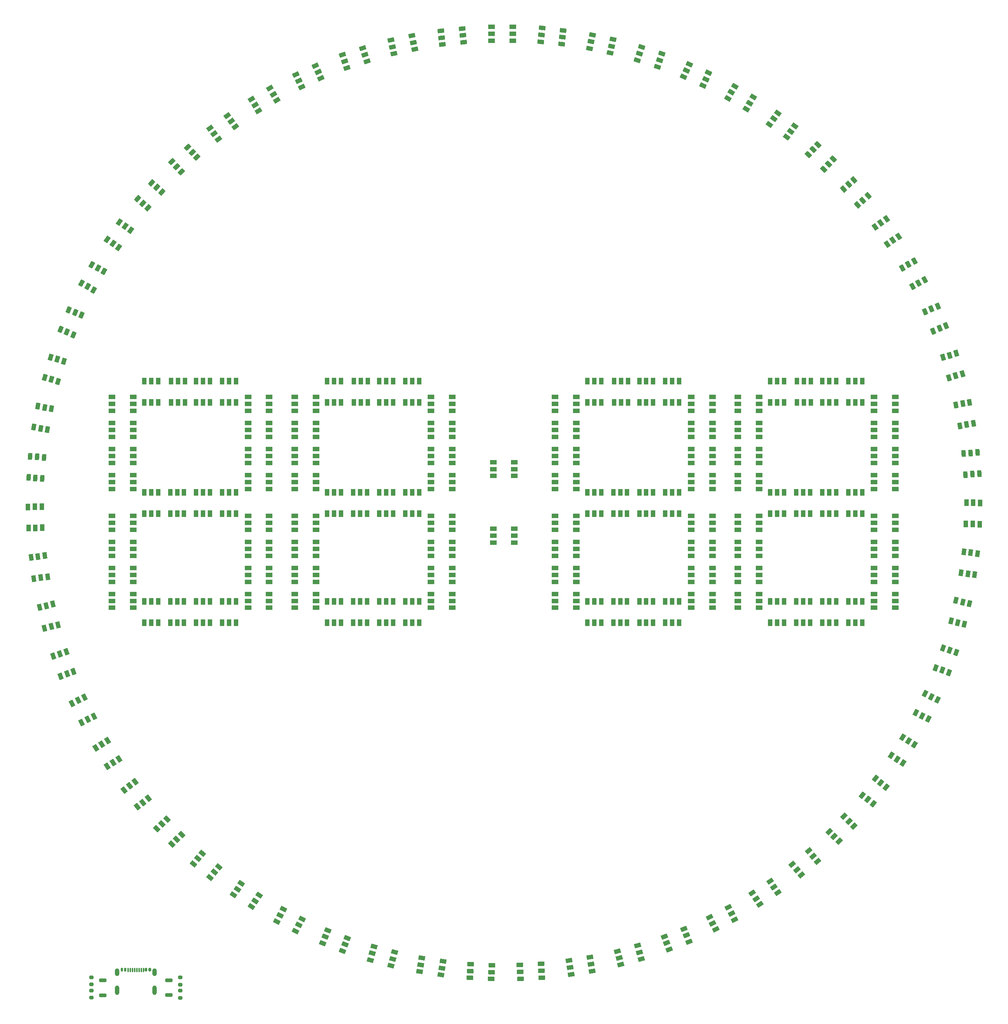
<source format=gbr>
%TF.GenerationSoftware,KiCad,Pcbnew,8.0.9*%
%TF.CreationDate,2025-07-03T09:04:04+02:00*%
%TF.ProjectId,Project,50726f6a-6563-4742-9e6b-696361645f70,rev?*%
%TF.SameCoordinates,Original*%
%TF.FileFunction,Paste,Top*%
%TF.FilePolarity,Positive*%
%FSLAX46Y46*%
G04 Gerber Fmt 4.6, Leading zero omitted, Abs format (unit mm)*
G04 Created by KiCad (PCBNEW 8.0.9) date 2025-07-03 09:04:04*
%MOMM*%
%LPD*%
G01*
G04 APERTURE LIST*
G04 Aperture macros list*
%AMRoundRect*
0 Rectangle with rounded corners*
0 $1 Rounding radius*
0 $2 $3 $4 $5 $6 $7 $8 $9 X,Y pos of 4 corners*
0 Add a 4 corners polygon primitive as box body*
4,1,4,$2,$3,$4,$5,$6,$7,$8,$9,$2,$3,0*
0 Add four circle primitives for the rounded corners*
1,1,$1+$1,$2,$3*
1,1,$1+$1,$4,$5*
1,1,$1+$1,$6,$7*
1,1,$1+$1,$8,$9*
0 Add four rect primitives between the rounded corners*
20,1,$1+$1,$2,$3,$4,$5,0*
20,1,$1+$1,$4,$5,$6,$7,0*
20,1,$1+$1,$6,$7,$8,$9,0*
20,1,$1+$1,$8,$9,$2,$3,0*%
%AMRotRect*
0 Rectangle, with rotation*
0 The origin of the aperture is its center*
0 $1 length*
0 $2 width*
0 $3 Rotation angle, in degrees counterclockwise*
0 Add horizontal line*
21,1,$1,$2,0,0,$3*%
G04 Aperture macros list end*
%ADD10RoundRect,0.200000X0.650000X-0.200000X0.650000X0.200000X-0.650000X0.200000X-0.650000X-0.200000X0*%
%ADD11RoundRect,0.144750X-0.144750X-0.255549X0.144750X-0.255549X0.144750X0.255549X-0.144750X0.255549X0*%
%ADD12RoundRect,0.147950X-0.147950X-0.277748X0.147950X-0.277748X0.147950X0.277748X-0.147950X0.277748X0*%
%ADD13RoundRect,0.075000X-0.075000X-0.401500X0.075000X-0.401500X0.075000X0.401500X-0.075000X0.401500X0*%
%ADD14RoundRect,0.148100X-0.148100X-0.277598X0.148100X-0.277598X0.148100X0.277598X-0.148100X0.277598X0*%
%ADD15RoundRect,0.151300X-0.151300X-0.236300X0.151300X-0.236300X0.151300X0.236300X-0.151300X0.236300X0*%
%ADD16O,1.000000X1.800000*%
%ADD17O,1.000000X2.200000*%
%ADD18R,1.000000X1.500000*%
%ADD19R,1.500000X1.000000*%
%ADD20RotRect,1.500000X1.000000X57.966200*%
%ADD21RotRect,1.500000X1.000000X277.627330*%
%ADD22RotRect,1.500000X1.000000X253.220570*%
%ADD23RotRect,1.500000X1.000000X155.593240*%
%ADD24RotRect,1.500000X1.000000X82.372960*%
%ADD25RotRect,1.500000X1.000000X94.576340*%
%ADD26RotRect,1.500000X1.000000X125.084790*%
%ADD27RotRect,1.500000X1.000000X173.898310*%
%ADD28RotRect,1.500000X1.000000X198.305360*%
%ADD29RotRect,1.500000X1.000000X112.881410*%
%ADD30RotRect,1.500000X1.000000X192.203670*%
%ADD31RotRect,1.500000X1.000000X320.339160*%
%ADD32RotRect,1.500000X1.000000X350.847610*%
%ADD33RotRect,1.500000X1.000000X234.915500*%
%ADD34RotRect,1.500000X1.000000X70.169580*%
%ADD35RotRect,1.500000X1.000000X39.661130*%
%ADD36RotRect,1.500000X1.000000X314.237470*%
%ADD37RotRect,1.500000X1.000000X33.559440*%
%ADD38RotRect,1.500000X1.000000X338.644230*%
%ADD39RotRect,1.500000X1.000000X283.729020*%
%ADD40RotRect,1.500000X1.000000X88.474650*%
%ADD41RotRect,1.500000X1.000000X265.423950*%
%ADD42RotRect,1.500000X1.000000X247.118880*%
%ADD43RotRect,1.500000X1.000000X21.356060*%
%ADD44RotRect,1.500000X1.000000X51.864510*%
%ADD45RotRect,1.500000X1.000000X222.712120*%
%ADD46RotRect,1.500000X1.000000X100.678030*%
%ADD47RotRect,1.500000X1.000000X186.101980*%
%ADD48RotRect,1.500000X1.000000X332.542540*%
%ADD49RotRect,1.500000X1.000000X45.762820*%
%ADD50RotRect,1.500000X1.000000X295.932400*%
%ADD51RotRect,1.500000X1.000000X3.050990*%
%ADD52RotRect,1.500000X1.000000X228.813810*%
%ADD53RotRect,1.500000X1.000000X289.830710*%
%ADD54RotRect,1.500000X1.000000X143.389860*%
%ADD55RotRect,1.500000X1.000000X9.152680*%
%ADD56RotRect,1.500000X1.000000X302.034090*%
%ADD57RotRect,1.500000X1.000000X76.271270*%
%ADD58RotRect,1.500000X1.000000X137.288170*%
%ADD59RotRect,1.500000X1.000000X64.067890*%
%ADD60RotRect,1.500000X1.000000X241.017190*%
%ADD61RotRect,1.500000X1.000000X326.440850*%
%ADD62RotRect,1.500000X1.000000X259.322260*%
%ADD63RotRect,1.500000X1.000000X27.457750*%
%ADD64RotRect,1.500000X1.000000X356.949300*%
%ADD65RotRect,1.500000X1.000000X344.745920*%
%ADD66RotRect,1.500000X1.000000X210.508740*%
%ADD67RotRect,1.500000X1.000000X149.491550*%
%ADD68RotRect,1.500000X1.000000X216.610430*%
%ADD69RotRect,1.500000X1.000000X204.407050*%
%ADD70RotRect,1.500000X1.000000X308.135780*%
%ADD71RotRect,1.500000X1.000000X118.983100*%
%ADD72RotRect,1.500000X1.000000X161.694930*%
%ADD73RotRect,1.500000X1.000000X15.254370*%
%ADD74RotRect,1.500000X1.000000X271.525640*%
%ADD75RotRect,1.500000X1.000000X131.186480*%
%ADD76RoundRect,0.200000X0.275000X-0.200000X0.275000X0.200000X-0.275000X0.200000X-0.275000X-0.200000X0*%
%ADD77RotRect,1.500000X1.000000X167.796620*%
%ADD78RotRect,1.500000X1.000000X106.779720*%
G04 APERTURE END LIST*
D10*
%TO.C,SW1*%
X247444100Y-333734737D03*
X247444100Y-330334737D03*
%TD*%
%TO.C,SW2*%
X262733200Y-333684937D03*
X262733200Y-330284937D03*
%TD*%
D11*
%TO.C,J1*%
X251853900Y-327817438D03*
D12*
X252660300Y-327842839D03*
D13*
X253818300Y-327893637D03*
X254814400Y-327893637D03*
X255314400Y-327893637D03*
X256314400Y-327893637D03*
D14*
X257460600Y-327842839D03*
D15*
X258267000Y-327804737D03*
D13*
X256814400Y-327893637D03*
X255814400Y-327893637D03*
X254314400Y-327893637D03*
X253314400Y-327893637D03*
D16*
X250744400Y-328412737D03*
D17*
X250744400Y-332592737D03*
D16*
X259384400Y-328412737D03*
D17*
X259384400Y-332592737D03*
%TD*%
D18*
%TO.C,D113*%
X308400000Y-217750000D03*
X306800000Y-217750000D03*
X305200000Y-217750000D03*
X305200000Y-222650000D03*
X306800000Y-222650000D03*
X308400000Y-222650000D03*
%TD*%
D19*
%TO.C,D68*%
X280950000Y-223200000D03*
X280950000Y-224800000D03*
X280950000Y-226400000D03*
X285850000Y-226400000D03*
X285850000Y-224800000D03*
X285850000Y-223200000D03*
%TD*%
%TO.C,D95*%
X328050000Y-217000000D03*
X328050000Y-215400000D03*
X328050000Y-213800000D03*
X323150000Y-213800000D03*
X323150000Y-215400000D03*
X323150000Y-217000000D03*
%TD*%
%TO.C,D165*%
X393950001Y-223200000D03*
X393950001Y-224800000D03*
X393950001Y-226400000D03*
X398850001Y-226400000D03*
X398850001Y-224800000D03*
X398850001Y-223200000D03*
%TD*%
D18*
%TO.C,D159*%
X413400000Y-247850000D03*
X415000000Y-247850000D03*
X416600000Y-247850000D03*
X416600000Y-242950000D03*
X415000000Y-242950000D03*
X413400000Y-242950000D03*
%TD*%
%TO.C,D60*%
X257000000Y-197050000D03*
X258600000Y-197050000D03*
X260200000Y-197050000D03*
X260200000Y-192150000D03*
X258600000Y-192150000D03*
X257000000Y-192150000D03*
%TD*%
D20*
%TO.C,D21*%
X429307748Y-278438184D03*
X430664124Y-279286856D03*
X432020501Y-280135527D03*
X434619556Y-275981624D03*
X433263180Y-275132952D03*
X431906803Y-274284281D03*
%TD*%
D19*
%TO.C,D136*%
X356650001Y-232400000D03*
X356650001Y-230800000D03*
X356650001Y-229200000D03*
X351750001Y-229200000D03*
X351750001Y-230800000D03*
X351750001Y-232400000D03*
%TD*%
%TO.C,D135*%
X351750001Y-235200000D03*
X351750001Y-236800000D03*
X351750001Y-238400000D03*
X356650001Y-238400000D03*
X356650001Y-236800000D03*
X356650001Y-235200000D03*
%TD*%
%TO.C,D137*%
X351750001Y-223200000D03*
X351750001Y-224800000D03*
X351750001Y-226400000D03*
X356650001Y-226400000D03*
X356650001Y-224800000D03*
X356650001Y-223200000D03*
%TD*%
D18*
%TO.C,D61*%
X266400000Y-192150000D03*
X264800000Y-192150000D03*
X263200000Y-192150000D03*
X263200000Y-197050000D03*
X264800000Y-197050000D03*
X266400000Y-197050000D03*
%TD*%
%TO.C,D161*%
X401400000Y-247850000D03*
X403000000Y-247850000D03*
X404600000Y-247850000D03*
X404600000Y-242950000D03*
X403000000Y-242950000D03*
X401400000Y-242950000D03*
%TD*%
D19*
%TO.C,D70*%
X280950000Y-235200000D03*
X280950000Y-236800000D03*
X280950000Y-238400000D03*
X285850000Y-238400000D03*
X285850000Y-236800000D03*
X285850000Y-235200000D03*
%TD*%
D18*
%TO.C,D145*%
X380400000Y-217750000D03*
X378800000Y-217750000D03*
X377200000Y-217750000D03*
X377200000Y-222650000D03*
X378800000Y-222650000D03*
X380400000Y-222650000D03*
%TD*%
%TO.C,D142*%
X359200000Y-222650000D03*
X360800000Y-222650000D03*
X362400000Y-222650000D03*
X362400000Y-217750000D03*
X360800000Y-217750000D03*
X359200000Y-217750000D03*
%TD*%
D19*
%TO.C,D82*%
X254450000Y-205000000D03*
X254450000Y-203400000D03*
X254450000Y-201800000D03*
X249550000Y-201800000D03*
X249550000Y-203400000D03*
X249550000Y-205000000D03*
%TD*%
%TO.C,D134*%
X356650001Y-244400000D03*
X356650001Y-242800000D03*
X356650001Y-241200000D03*
X351750001Y-241200000D03*
X351750001Y-242800000D03*
X351750001Y-244400000D03*
%TD*%
%TO.C,D169*%
X393950000Y-195800000D03*
X393950000Y-197400000D03*
X393950000Y-199000000D03*
X398850000Y-199000000D03*
X398850000Y-197400000D03*
X398850000Y-195800000D03*
%TD*%
D18*
%TO.C,D90*%
X311200000Y-197050000D03*
X312800000Y-197050000D03*
X314400000Y-197050000D03*
X314400000Y-192150000D03*
X312800000Y-192150000D03*
X311200000Y-192150000D03*
%TD*%
D19*
%TO.C,D67*%
X285850000Y-217000000D03*
X285850000Y-215400000D03*
X285850000Y-213800000D03*
X280950000Y-213800000D03*
X280950000Y-215400000D03*
X280950000Y-217000000D03*
%TD*%
%TO.C,D155*%
X430250000Y-232400000D03*
X430250000Y-230800000D03*
X430250000Y-229200000D03*
X425350000Y-229200000D03*
X425350000Y-230800000D03*
X425350000Y-232400000D03*
%TD*%
%TO.C,D153*%
X430250000Y-217000000D03*
X430250000Y-215400000D03*
X430250000Y-213800000D03*
X425350000Y-213800000D03*
X425350000Y-215400000D03*
X425350000Y-217000000D03*
%TD*%
%TO.C,D122*%
X383150000Y-195799999D03*
X383150000Y-197399999D03*
X383150000Y-198999999D03*
X388050000Y-198999999D03*
X388050000Y-197399999D03*
X388050000Y-195799999D03*
%TD*%
D21*
%TO.C,D44*%
X234077702Y-232366626D03*
X232491859Y-232578993D03*
X230906015Y-232791359D03*
X231556388Y-237648006D03*
X233142231Y-237435639D03*
X234728075Y-237223273D03*
%TD*%
D22*
%TO.C,D48*%
X238516063Y-187511003D03*
X236984186Y-187049102D03*
X235452309Y-186587201D03*
X234037737Y-191278575D03*
X235569614Y-191740476D03*
X237101491Y-192202377D03*
%TD*%
D23*
%TO.C,D5*%
X385869656Y-123952742D03*
X386530795Y-122495726D03*
X387191934Y-121038710D03*
X382729822Y-119013972D03*
X382068683Y-120470988D03*
X381407544Y-121928004D03*
%TD*%
D18*
%TO.C,D103*%
X299200000Y-247850000D03*
X300800000Y-247850000D03*
X302400000Y-247850000D03*
X302400000Y-242950000D03*
X300800000Y-242950000D03*
X299200000Y-242950000D03*
%TD*%
D24*
%TO.C,D17*%
X445391463Y-236330702D03*
X446977308Y-236543061D03*
X448563153Y-236755420D03*
X449213501Y-231898770D03*
X447627656Y-231686411D03*
X446041811Y-231474052D03*
%TD*%
D19*
%TO.C,D168*%
X398850001Y-205000000D03*
X398850001Y-203400000D03*
X398850001Y-201800000D03*
X393950001Y-201800000D03*
X393950001Y-203400000D03*
X393950001Y-205000000D03*
%TD*%
D18*
%TO.C,D131*%
X371200000Y-247850000D03*
X372800000Y-247850000D03*
X374400000Y-247850000D03*
X374400000Y-242950000D03*
X372800000Y-242950000D03*
X371200000Y-242950000D03*
%TD*%
%TO.C,D160*%
X410600000Y-242950000D03*
X409000000Y-242950000D03*
X407400000Y-242950000D03*
X407400000Y-247850000D03*
X409000000Y-247850000D03*
X410600000Y-247850000D03*
%TD*%
D25*
%TO.C,D15*%
X446419725Y-213688297D03*
X448014624Y-213560637D03*
X449609523Y-213432977D03*
X449218565Y-208548599D03*
X447623666Y-208676259D03*
X446028767Y-208803919D03*
%TD*%
D19*
%TO.C,D78*%
X254450000Y-232400000D03*
X254450000Y-230800000D03*
X254450000Y-229200000D03*
X249550000Y-229200000D03*
X249550000Y-230800000D03*
X249550000Y-232400000D03*
%TD*%
%TO.C,D164*%
X398850001Y-232400000D03*
X398850001Y-230800000D03*
X398850001Y-229200000D03*
X393950001Y-229200000D03*
X393950001Y-230800000D03*
X393950001Y-232400000D03*
%TD*%
%TO.C,D151*%
X430250000Y-204999999D03*
X430250000Y-203399999D03*
X430250000Y-201799999D03*
X425350000Y-201799999D03*
X425350000Y-203399999D03*
X425350000Y-204999999D03*
%TD*%
D26*
%TO.C,D10*%
X428380605Y-160564200D03*
X429689889Y-159644539D03*
X430999172Y-158724878D03*
X428182711Y-154715196D03*
X426873427Y-155634857D03*
X425564144Y-156554518D03*
%TD*%
D18*
%TO.C,D75*%
X257000000Y-247850000D03*
X258600000Y-247850000D03*
X260200000Y-247850000D03*
X260200000Y-242950000D03*
X258600000Y-242950000D03*
X257000000Y-242950000D03*
%TD*%
D19*
%TO.C,D162*%
X398850001Y-244400000D03*
X398850001Y-242800000D03*
X398850001Y-241200000D03*
X393950001Y-241200000D03*
X393950001Y-242800000D03*
X393950001Y-244400000D03*
%TD*%
D18*
%TO.C,D74*%
X266200000Y-242950000D03*
X264600000Y-242950000D03*
X263000000Y-242950000D03*
X263000000Y-247850000D03*
X264600000Y-247850000D03*
X266200000Y-247850000D03*
%TD*%
%TO.C,D149*%
X422600000Y-192150000D03*
X421000000Y-192150000D03*
X419400000Y-192150000D03*
X419400000Y-197050000D03*
X421000000Y-197050000D03*
X422600000Y-197050000D03*
%TD*%
%TO.C,D72*%
X278200000Y-242950000D03*
X276600000Y-242950000D03*
X275000000Y-242950000D03*
X275000000Y-247850000D03*
X276600000Y-247850000D03*
X278200000Y-247850000D03*
%TD*%
D19*
%TO.C,D126*%
X383150000Y-223200000D03*
X383150000Y-224800000D03*
X383150000Y-226400000D03*
X388050000Y-226400000D03*
X388050000Y-224800000D03*
X388050000Y-223200000D03*
%TD*%
D18*
%TO.C,D63*%
X278200000Y-192150000D03*
X276600000Y-192150000D03*
X275000000Y-192150000D03*
X275000000Y-197050000D03*
X276600000Y-197050000D03*
X278200000Y-197050000D03*
%TD*%
D19*
%TO.C,D99*%
X328050000Y-244400000D03*
X328050000Y-242800000D03*
X328050000Y-241200000D03*
X323150000Y-241200000D03*
X323150000Y-242800000D03*
X323150000Y-244400000D03*
%TD*%
D18*
%TO.C,D120*%
X371200000Y-197050000D03*
X372800000Y-197050000D03*
X374400000Y-197050000D03*
X374400000Y-192150000D03*
X372800000Y-192150000D03*
X371200000Y-192150000D03*
%TD*%
%TO.C,D121*%
X380400000Y-192150000D03*
X378800000Y-192150000D03*
X377200000Y-192150000D03*
X377200000Y-197050000D03*
X378800000Y-197050000D03*
X380400000Y-197050000D03*
%TD*%
%TO.C,D158*%
X422600000Y-242950000D03*
X421000000Y-242950000D03*
X419400000Y-242950000D03*
X419400000Y-247850000D03*
X421000000Y-247850000D03*
X422600000Y-247850000D03*
%TD*%
%TO.C,D148*%
X413400000Y-197050000D03*
X415000000Y-197050000D03*
X416600000Y-197050000D03*
X416600000Y-192150000D03*
X415000000Y-192150000D03*
X413400000Y-192150000D03*
%TD*%
D27*
%TO.C,D2*%
X353319546Y-114416497D03*
X353489615Y-112825561D03*
X353659685Y-111234625D03*
X348787444Y-110713787D03*
X348617375Y-112304723D03*
X348447305Y-113895659D03*
%TD*%
D19*
%TO.C,D71*%
X285850000Y-244400000D03*
X285850000Y-242800000D03*
X285850000Y-241200000D03*
X280950000Y-241200000D03*
X280950000Y-242800000D03*
X280950000Y-244400000D03*
%TD*%
%TO.C,D107*%
X291750001Y-223200000D03*
X291750001Y-224800000D03*
X291750001Y-226400000D03*
X296650001Y-226400000D03*
X296650001Y-224800000D03*
X296650001Y-223200000D03*
%TD*%
%TO.C,D150*%
X425350000Y-195799999D03*
X425350000Y-197399999D03*
X425350000Y-198999999D03*
X430250000Y-198999999D03*
X430250000Y-197399999D03*
X430250000Y-195799999D03*
%TD*%
D28*
%TO.C,D57*%
X308417728Y-118366214D03*
X307915198Y-116847180D03*
X307412668Y-115328146D03*
X302760628Y-116867144D03*
X303263158Y-118386178D03*
X303765688Y-119905212D03*
%TD*%
D19*
%TO.C,D104*%
X296650001Y-244400000D03*
X296650001Y-242800000D03*
X296650001Y-241200000D03*
X291750001Y-241200000D03*
X291750001Y-242800000D03*
X291750001Y-244400000D03*
%TD*%
D18*
%TO.C,D146*%
X401400000Y-197050000D03*
X403000000Y-197050000D03*
X404600000Y-197050000D03*
X404600000Y-192150000D03*
X403000000Y-192150000D03*
X401400000Y-192150000D03*
%TD*%
D29*
%TO.C,D12*%
X438989468Y-180593874D03*
X440463566Y-179971753D03*
X441937665Y-179349633D03*
X440032422Y-174835206D03*
X438558324Y-175457327D03*
X437084225Y-176079447D03*
%TD*%
D30*
%TO.C,D58*%
X319420908Y-115586134D03*
X319082688Y-114022290D03*
X318744468Y-112458446D03*
X313955196Y-113494244D03*
X314293416Y-115058088D03*
X314631636Y-116621932D03*
%TD*%
D18*
%TO.C,D147*%
X410800000Y-192150000D03*
X409200000Y-192150000D03*
X407600000Y-192150000D03*
X407600000Y-197050000D03*
X409200000Y-197050000D03*
X410800000Y-197050000D03*
%TD*%
%TO.C,D112*%
X299200000Y-222650000D03*
X300800000Y-222650000D03*
X302400000Y-222650000D03*
X302400000Y-217750000D03*
X300800000Y-217750000D03*
X299200000Y-217750000D03*
%TD*%
D31*
%TO.C,D37*%
X270423752Y-300988029D03*
X269402565Y-302219767D03*
X268381378Y-303451504D03*
X272153574Y-306578889D03*
X273174761Y-305347151D03*
X274195948Y-304115414D03*
%TD*%
D32*
%TO.C,D32*%
X321069574Y-325124730D03*
X320815076Y-326704360D03*
X320560579Y-328283990D03*
X325398196Y-329063388D03*
X325652694Y-327483758D03*
X325907191Y-325904128D03*
%TD*%
D33*
%TO.C,D51*%
X253918229Y-157291425D03*
X252608941Y-156371771D03*
X251299652Y-155452117D03*
X248483211Y-159461813D03*
X249792499Y-160381467D03*
X251101788Y-161301121D03*
%TD*%
D19*
%TO.C,D140*%
X356650001Y-205000000D03*
X356650001Y-203400000D03*
X356650001Y-201800000D03*
X351750001Y-201800000D03*
X351750001Y-203400000D03*
X351750001Y-205000000D03*
%TD*%
D18*
%TO.C,D144*%
X371200000Y-222650000D03*
X372800000Y-222650000D03*
X374400000Y-222650000D03*
X374400000Y-217750000D03*
X372800000Y-217750000D03*
X371200000Y-217750000D03*
%TD*%
D19*
%TO.C,D77*%
X249550000Y-235200000D03*
X249550000Y-236800000D03*
X249550000Y-238400000D03*
X254450000Y-238400000D03*
X254450000Y-236800000D03*
X254450000Y-235200000D03*
%TD*%
D34*
%TO.C,D19*%
X439600229Y-258244110D03*
X441105350Y-258786890D03*
X442610472Y-259329670D03*
X444272735Y-254720236D03*
X442767614Y-254177456D03*
X441262492Y-253634676D03*
%TD*%
D35*
%TO.C,D24*%
X406497327Y-303540660D03*
X407518520Y-304772392D03*
X408539713Y-306004124D03*
X412311893Y-302876720D03*
X411290700Y-301644988D03*
X410269507Y-300413256D03*
%TD*%
D18*
%TO.C,D91*%
X320400000Y-192150000D03*
X318800000Y-192150000D03*
X317200000Y-192150000D03*
X317200000Y-197050000D03*
X318800000Y-197050000D03*
X320400000Y-197050000D03*
%TD*%
%TO.C,D84*%
X257000000Y-222650000D03*
X258600000Y-222650000D03*
X260200000Y-222650000D03*
X260200000Y-217750000D03*
X258600000Y-217750000D03*
X257000000Y-217750000D03*
%TD*%
D19*
%TO.C,D80*%
X254450000Y-217000000D03*
X254450000Y-215400000D03*
X254450000Y-213800000D03*
X249550000Y-213800000D03*
X249550000Y-215400000D03*
X249550000Y-217000000D03*
%TD*%
D36*
%TO.C,D38*%
X262230680Y-293134853D03*
X261084353Y-294251067D03*
X259938026Y-295367281D03*
X263356432Y-298877909D03*
X264502759Y-297761695D03*
X265649086Y-296645481D03*
%TD*%
D19*
%TO.C,D92*%
X323150000Y-195799999D03*
X323150000Y-197399999D03*
X323150000Y-198999999D03*
X328050000Y-198999999D03*
X328050000Y-197399999D03*
X328050000Y-195799999D03*
%TD*%
D18*
%TO.C,D101*%
X311200000Y-247850000D03*
X312800000Y-247850000D03*
X314400000Y-247850000D03*
X314400000Y-242950000D03*
X312800000Y-242950000D03*
X311200000Y-242950000D03*
%TD*%
D37*
%TO.C,D25*%
X397262044Y-310136746D03*
X398146527Y-311470046D03*
X399031010Y-312803347D03*
X403114242Y-310094618D03*
X402229759Y-308761318D03*
X401345276Y-307428017D03*
%TD*%
D38*
%TO.C,D34*%
X299318090Y-318752231D03*
X298735437Y-320242370D03*
X298152784Y-321732510D03*
X302716336Y-323516883D03*
X303298989Y-322026744D03*
X303881642Y-320536604D03*
%TD*%
D19*
%TO.C,D69*%
X285850000Y-232400000D03*
X285850000Y-230800000D03*
X285850000Y-229200000D03*
X280950000Y-229200000D03*
X280950000Y-230800000D03*
X280950000Y-232400000D03*
%TD*%
%TO.C,D123*%
X388050000Y-204999999D03*
X388050000Y-203399999D03*
X388050000Y-201799999D03*
X383150000Y-201799999D03*
X383150000Y-203399999D03*
X383150000Y-204999999D03*
%TD*%
%TO.C,D97*%
X328050000Y-232400000D03*
X328050000Y-230800000D03*
X328050000Y-229200000D03*
X323150000Y-229200000D03*
X323150000Y-230800000D03*
X323150000Y-232400000D03*
%TD*%
D39*
%TO.C,D43*%
X235971003Y-243556542D03*
X234416718Y-243936270D03*
X232862432Y-244315998D03*
X234025351Y-249076000D03*
X235579636Y-248696272D03*
X237133922Y-248316544D03*
%TD*%
D18*
%TO.C,D115*%
X320400000Y-217750000D03*
X318800000Y-217750000D03*
X317200000Y-217750000D03*
X317200000Y-222650000D03*
X318800000Y-222650000D03*
X320400000Y-222650000D03*
%TD*%
D40*
%TO.C,D16*%
X446508987Y-225036902D03*
X448108420Y-225079493D03*
X449707853Y-225122084D03*
X449838287Y-220223820D03*
X448238854Y-220181229D03*
X446639421Y-220138638D03*
%TD*%
D41*
%TO.C,D46*%
X233899371Y-209701586D03*
X232304472Y-209573935D03*
X230709572Y-209446283D03*
X230318639Y-214330664D03*
X231913538Y-214458315D03*
X233508438Y-214585967D03*
%TD*%
D19*
%TO.C,D129*%
X388050000Y-244400000D03*
X388050000Y-242800000D03*
X388050000Y-241200000D03*
X383150000Y-241200000D03*
X383150000Y-242800000D03*
X383150000Y-244400000D03*
%TD*%
%TO.C,D117*%
X337500000Y-226150000D03*
X337500000Y-227750000D03*
X337500000Y-229350000D03*
X342400000Y-229350000D03*
X342400000Y-227750000D03*
X342400000Y-226150000D03*
%TD*%
%TO.C,D64*%
X280950000Y-195800000D03*
X280950000Y-197400000D03*
X280950000Y-199000000D03*
X285850000Y-199000000D03*
X285850000Y-197400000D03*
X285850000Y-195800000D03*
%TD*%
%TO.C,D110*%
X296650001Y-205000000D03*
X296650001Y-203400000D03*
X296650001Y-201800000D03*
X291750001Y-201800000D03*
X291750001Y-203400000D03*
X291750001Y-205000000D03*
%TD*%
D42*
%TO.C,D49*%
X242565614Y-176909120D03*
X241091512Y-176287008D03*
X239617410Y-175664895D03*
X237712190Y-180179332D03*
X239186292Y-180801444D03*
X240660394Y-181423557D03*
%TD*%
D18*
%TO.C,D143*%
X368400000Y-217750000D03*
X366800000Y-217750000D03*
X365200000Y-217750000D03*
X365200000Y-222650000D03*
X366800000Y-222650000D03*
X368400000Y-222650000D03*
%TD*%
D43*
%TO.C,D27*%
X376957068Y-320208675D03*
X377539728Y-321698811D03*
X378122389Y-323188948D03*
X382685932Y-321404551D03*
X382103272Y-319914415D03*
X381520611Y-318424278D03*
%TD*%
D44*
%TO.C,D22*%
X422611468Y-287601078D03*
X423869952Y-288589115D03*
X425128436Y-289577152D03*
X428154300Y-285723044D03*
X426895816Y-284735007D03*
X425637332Y-283746970D03*
%TD*%
D19*
%TO.C,D166*%
X398850001Y-217000000D03*
X398850001Y-215400000D03*
X398850001Y-213800000D03*
X393950001Y-213800000D03*
X393950001Y-215400000D03*
X393950001Y-217000000D03*
%TD*%
D18*
%TO.C,D62*%
X269000000Y-197050000D03*
X270600000Y-197050000D03*
X272200000Y-197050000D03*
X272200000Y-192150000D03*
X270600000Y-192150000D03*
X269000000Y-192150000D03*
%TD*%
D45*
%TO.C,D53*%
X269161151Y-140516768D03*
X268075847Y-139341134D03*
X266990543Y-138165500D03*
X263390165Y-141489244D03*
X264475469Y-142664878D03*
X265560773Y-143840512D03*
%TD*%
D18*
%TO.C,D100*%
X320400000Y-242950000D03*
X318800000Y-242950000D03*
X317200000Y-242950000D03*
X317200000Y-247850000D03*
X318800000Y-247850000D03*
X320400000Y-247850000D03*
%TD*%
D19*
%TO.C,D111*%
X291750000Y-195800000D03*
X291750000Y-197400000D03*
X291750000Y-199000000D03*
X296650000Y-199000000D03*
X296650000Y-197400000D03*
X296650000Y-195800000D03*
%TD*%
D46*
%TO.C,D14*%
X445124686Y-202413473D03*
X446696980Y-202117010D03*
X448269274Y-201820546D03*
X447361354Y-197005395D03*
X445789060Y-197301858D03*
X444216766Y-197598322D03*
%TD*%
D19*
%TO.C,D94*%
X323150000Y-207799999D03*
X323150000Y-209399999D03*
X323150000Y-210999999D03*
X328050000Y-210999999D03*
X328050000Y-209399999D03*
X328050000Y-207799999D03*
%TD*%
D18*
%TO.C,D130*%
X380400000Y-242950000D03*
X378800000Y-242950000D03*
X377200000Y-242950000D03*
X377200000Y-247850000D03*
X378800000Y-247850000D03*
X380400000Y-247850000D03*
%TD*%
D19*
%TO.C,D65*%
X285850000Y-205000000D03*
X285850000Y-203400000D03*
X285850000Y-201800000D03*
X280950000Y-201800000D03*
X280950000Y-203400000D03*
X280950000Y-205000000D03*
%TD*%
D47*
%TO.C,D59*%
X330657255Y-113991370D03*
X330487178Y-112400435D03*
X330317100Y-110809500D03*
X325444863Y-111330362D03*
X325614940Y-112921297D03*
X325785018Y-114512232D03*
%TD*%
D48*
%TO.C,D35*%
X289073108Y-313869694D03*
X288335364Y-315289460D03*
X287597620Y-316709225D03*
X291945652Y-318968566D03*
X292683396Y-317548800D03*
X293421140Y-316129035D03*
%TD*%
D49*
%TO.C,D23*%
X414979168Y-296000292D03*
X416125501Y-297116500D03*
X417271834Y-298232709D03*
X420690222Y-294722064D03*
X419543889Y-293605856D03*
X418397556Y-292489647D03*
%TD*%
D19*
%TO.C,D141*%
X351750000Y-195800000D03*
X351750000Y-197400000D03*
X351750000Y-199000000D03*
X356650000Y-199000000D03*
X356650000Y-197400000D03*
X356650000Y-195800000D03*
%TD*%
D50*
%TO.C,D41*%
X243258867Y-265018668D03*
X241819970Y-265718365D03*
X240381072Y-266418062D03*
X242523893Y-270824684D03*
X243962790Y-270124987D03*
X245401688Y-269425290D03*
%TD*%
D18*
%TO.C,D86*%
X269000000Y-222650000D03*
X270600000Y-222650000D03*
X272200000Y-222650000D03*
X272200000Y-217750000D03*
X270600000Y-217750000D03*
X269000000Y-217750000D03*
%TD*%
D51*
%TO.C,D30*%
X343676583Y-326755350D03*
X343761743Y-328353082D03*
X343846902Y-329950815D03*
X348739957Y-329690014D03*
X348654797Y-328092282D03*
X348569638Y-326494549D03*
%TD*%
D19*
%TO.C,D152*%
X425350000Y-207799999D03*
X425350000Y-209399999D03*
X425350000Y-210999999D03*
X430250000Y-210999999D03*
X430250000Y-209399999D03*
X430250000Y-207799999D03*
%TD*%
D18*
%TO.C,D102*%
X308400000Y-242950000D03*
X306800000Y-242950000D03*
X305200000Y-242950000D03*
X305200000Y-247850000D03*
X306800000Y-247850000D03*
X308400000Y-247850000D03*
%TD*%
D19*
%TO.C,D163*%
X393950001Y-235200000D03*
X393950001Y-236800000D03*
X393950001Y-238400000D03*
X398850001Y-238400000D03*
X398850001Y-236800000D03*
X398850001Y-235200000D03*
%TD*%
D18*
%TO.C,D114*%
X311200000Y-222650000D03*
X312800000Y-222650000D03*
X314400000Y-222650000D03*
X314400000Y-217750000D03*
X312800000Y-217750000D03*
X311200000Y-217750000D03*
%TD*%
%TO.C,D87*%
X278200000Y-217750000D03*
X276600000Y-217750000D03*
X275000000Y-217750000D03*
X275000000Y-222650000D03*
X276600000Y-222650000D03*
X278200000Y-222650000D03*
%TD*%
D52*
%TO.C,D52*%
X261092665Y-148497890D03*
X259888547Y-147444278D03*
X258684429Y-146390665D03*
X255457739Y-150078276D03*
X256661857Y-151131888D03*
X257865975Y-152185501D03*
%TD*%
D18*
%TO.C,D133*%
X359200000Y-247850000D03*
X360800000Y-247850000D03*
X362400000Y-247850000D03*
X362400000Y-242950000D03*
X360800000Y-242950000D03*
X359200000Y-242950000D03*
%TD*%
%TO.C,D73*%
X269000000Y-247850000D03*
X270600000Y-247850000D03*
X272200000Y-247850000D03*
X272200000Y-242950000D03*
X270600000Y-242950000D03*
X269000000Y-242950000D03*
%TD*%
D53*
%TO.C,D42*%
X239042994Y-254481818D03*
X237537876Y-255024605D03*
X236032757Y-255567393D03*
X237695044Y-260176818D03*
X239200162Y-259634031D03*
X240705281Y-259091243D03*
%TD*%
D18*
%TO.C,D118*%
X359200000Y-197050000D03*
X360800000Y-197050000D03*
X362400000Y-197050000D03*
X362400000Y-192150000D03*
X360800000Y-192150000D03*
X359200000Y-192150000D03*
%TD*%
D54*
%TO.C,D7*%
X405178140Y-135823640D03*
X406132327Y-134539301D03*
X407086514Y-133254962D03*
X403153226Y-130332764D03*
X402199039Y-131617103D03*
X401244852Y-132901442D03*
%TD*%
D55*
%TO.C,D29*%
X354981885Y-325760898D03*
X355236390Y-327340526D03*
X355490896Y-328920155D03*
X360328509Y-328140732D03*
X360074004Y-326561104D03*
X359819498Y-324981475D03*
%TD*%
D18*
%TO.C,D89*%
X308600000Y-192150000D03*
X307000000Y-192150000D03*
X305400000Y-192150000D03*
X305400000Y-197050000D03*
X307000000Y-197050000D03*
X308600000Y-197050000D03*
%TD*%
D56*
%TO.C,D40*%
X248570852Y-275047706D03*
X247214480Y-275896384D03*
X245858108Y-276745062D03*
X248457184Y-280898952D03*
X249813556Y-280050274D03*
X251169928Y-279201596D03*
%TD*%
D19*
%TO.C,D127*%
X388050000Y-232400000D03*
X388050000Y-230800000D03*
X388050000Y-229200000D03*
X383150000Y-229200000D03*
X383150000Y-230800000D03*
X383150000Y-232400000D03*
%TD*%
%TO.C,D157*%
X430250000Y-244400000D03*
X430250000Y-242800000D03*
X430250000Y-241200000D03*
X425350000Y-241200000D03*
X425350000Y-242800000D03*
X425350000Y-244400000D03*
%TD*%
D18*
%TO.C,D132*%
X368400000Y-242950000D03*
X366800000Y-242950000D03*
X365200000Y-242950000D03*
X365200000Y-247850000D03*
X366800000Y-247850000D03*
X368400000Y-247850000D03*
%TD*%
D57*
%TO.C,D18*%
X443079813Y-247441736D03*
X444634101Y-247821456D03*
X446188389Y-248201178D03*
X447351283Y-243441168D03*
X445796995Y-243061448D03*
X444242707Y-242681726D03*
%TD*%
D58*
%TO.C,D8*%
X413777543Y-143229655D03*
X414862842Y-142054016D03*
X415948140Y-140878377D03*
X412347745Y-137554651D03*
X411262446Y-138730290D03*
X410177148Y-139905929D03*
%TD*%
D59*
%TO.C,D20*%
X434992137Y-268615430D03*
X436431038Y-269315119D03*
X437869938Y-270014809D03*
X440012737Y-265608176D03*
X438573836Y-264908487D03*
X437134936Y-264208797D03*
%TD*%
D19*
%TO.C,D66*%
X280950000Y-207800000D03*
X280950000Y-209400000D03*
X280950000Y-211000000D03*
X285850000Y-211000000D03*
X285850000Y-209400000D03*
X285850000Y-207800000D03*
%TD*%
D60*
%TO.C,D50*%
X247719133Y-166797739D03*
X246319509Y-166022463D03*
X244919884Y-165247188D03*
X242545603Y-169533537D03*
X243945227Y-170308813D03*
X245344852Y-171084088D03*
%TD*%
D61*
%TO.C,D36*%
X279405149Y-307925846D03*
X278520673Y-309259151D03*
X277636197Y-310592456D03*
X281719443Y-313301164D03*
X282603919Y-311967859D03*
X283488395Y-310634554D03*
%TD*%
D19*
%TO.C,D93*%
X328050000Y-204999999D03*
X328050000Y-203399999D03*
X328050000Y-201799999D03*
X323150000Y-201799999D03*
X323150000Y-203399999D03*
X323150000Y-204999999D03*
%TD*%
%TO.C,D109*%
X291750001Y-207800000D03*
X291750001Y-209400000D03*
X291750001Y-211000000D03*
X296650001Y-211000000D03*
X296650001Y-209400000D03*
X296650001Y-207800000D03*
%TD*%
D18*
%TO.C,D173*%
X422600000Y-217750000D03*
X421000000Y-217750000D03*
X419400000Y-217750000D03*
X419400000Y-222650000D03*
X421000000Y-222650000D03*
X422600000Y-222650000D03*
%TD*%
D19*
%TO.C,D76*%
X254450000Y-244400000D03*
X254450000Y-242800000D03*
X254450000Y-241200000D03*
X249550000Y-241200000D03*
X249550000Y-242800000D03*
X249550000Y-244400000D03*
%TD*%
%TO.C,D125*%
X388050000Y-217000000D03*
X388050000Y-215400000D03*
X388050000Y-213800000D03*
X383150000Y-213800000D03*
X383150000Y-215400000D03*
X383150000Y-217000000D03*
%TD*%
%TO.C,D139*%
X351750001Y-207800000D03*
X351750001Y-209400000D03*
X351750001Y-211000000D03*
X356650001Y-211000000D03*
X356650001Y-209400000D03*
X356650001Y-207800000D03*
%TD*%
%TO.C,D98*%
X323150000Y-235200000D03*
X323150000Y-236800000D03*
X323150000Y-238400000D03*
X328050000Y-238400000D03*
X328050000Y-236800000D03*
X328050000Y-235200000D03*
%TD*%
D62*
%TO.C,D47*%
X235616364Y-198483266D03*
X234044068Y-198186810D03*
X232471772Y-197890354D03*
X231563876Y-202705510D03*
X233136172Y-203001966D03*
X234708468Y-203298422D03*
%TD*%
D63*
%TO.C,D26*%
X387377962Y-315713815D03*
X388115713Y-317133576D03*
X388853464Y-318553338D03*
X393201484Y-316293975D03*
X392463733Y-314874214D03*
X391725982Y-313454452D03*
%TD*%
D19*
%TO.C,D106*%
X296650001Y-232400000D03*
X296650001Y-230800000D03*
X296650001Y-229200000D03*
X291750001Y-229200000D03*
X291750001Y-230800000D03*
X291750001Y-232400000D03*
%TD*%
D18*
%TO.C,D88*%
X299200000Y-197050000D03*
X300800000Y-197050000D03*
X302400000Y-197050000D03*
X302400000Y-192150000D03*
X300800000Y-192150000D03*
X299200000Y-192150000D03*
%TD*%
D19*
%TO.C,D83*%
X249550000Y-195800000D03*
X249550000Y-197400000D03*
X249550000Y-199000000D03*
X254450000Y-199000000D03*
X254450000Y-197400000D03*
X254450000Y-195800000D03*
%TD*%
D64*
%TO.C,D31*%
X332329624Y-326542490D03*
X332244473Y-328140223D03*
X332159322Y-329737956D03*
X337052378Y-329998732D03*
X337137529Y-328400999D03*
X337222680Y-326803266D03*
%TD*%
D65*
%TO.C,D33*%
X310024012Y-322518132D03*
X309603052Y-324061762D03*
X309182092Y-325605392D03*
X313909458Y-326894582D03*
X314330418Y-325350952D03*
X314751378Y-323807322D03*
%TD*%
D66*
%TO.C,D55*%
X287605503Y-127343246D03*
X286793232Y-125964763D03*
X285980960Y-124586280D03*
X281759357Y-127073862D03*
X282571628Y-128452345D03*
X283383900Y-129830828D03*
%TD*%
D67*
%TO.C,D6*%
X395840243Y-129373642D03*
X396652508Y-127995155D03*
X397464773Y-126616668D03*
X393243157Y-124129108D03*
X392430892Y-125507595D03*
X391618627Y-126886082D03*
%TD*%
D19*
%TO.C,D96*%
X323150000Y-223200000D03*
X323150000Y-224800000D03*
X323150000Y-226400000D03*
X328050000Y-226400000D03*
X328050000Y-224800000D03*
X328050000Y-223200000D03*
%TD*%
%TO.C,D108*%
X296650001Y-217000000D03*
X296650001Y-215400000D03*
X296650001Y-213800000D03*
X291750001Y-213800000D03*
X291750001Y-215400000D03*
X291750001Y-217000000D03*
%TD*%
D68*
%TO.C,D54*%
X278032268Y-133438486D03*
X277078075Y-132154152D03*
X276123881Y-130869818D03*
X272190608Y-133792036D03*
X273144801Y-135076370D03*
X274098995Y-136360704D03*
%TD*%
D19*
%TO.C,D156*%
X425350000Y-235200000D03*
X425350000Y-236800000D03*
X425350000Y-238400000D03*
X430250000Y-238400000D03*
X430250000Y-236800000D03*
X430250000Y-235200000D03*
%TD*%
D69*
%TO.C,D56*%
X297772389Y-122300108D03*
X297111242Y-120843096D03*
X296450096Y-119386083D03*
X291987995Y-121410844D03*
X292649142Y-122867856D03*
X293310288Y-124324869D03*
%TD*%
D70*
%TO.C,D39*%
X254918765Y-284455298D03*
X253660285Y-285443342D03*
X252401806Y-286431385D03*
X255427689Y-290285478D03*
X256686169Y-289297434D03*
X257944648Y-288309391D03*
%TD*%
D19*
%TO.C,D167*%
X393950001Y-207800000D03*
X393950001Y-209400000D03*
X393950001Y-211000000D03*
X398850001Y-211000000D03*
X398850001Y-209400000D03*
X398850001Y-207800000D03*
%TD*%
D18*
%TO.C,D170*%
X401400000Y-222650000D03*
X403000000Y-222650000D03*
X404600000Y-222650000D03*
X404600000Y-217750000D03*
X403000000Y-217750000D03*
X401400000Y-217750000D03*
%TD*%
D19*
%TO.C,D1*%
X342000000Y-113600000D03*
X342000000Y-112000000D03*
X342000000Y-110400000D03*
X337100000Y-110400000D03*
X337100000Y-112000000D03*
X337100000Y-113600000D03*
%TD*%
%TO.C,D79*%
X249550000Y-223200000D03*
X249550000Y-224800000D03*
X249550000Y-226400000D03*
X254450000Y-226400000D03*
X254450000Y-224800000D03*
X254450000Y-223200000D03*
%TD*%
D18*
%TO.C,D119*%
X368600000Y-192150000D03*
X367000000Y-192150000D03*
X365400000Y-192150000D03*
X365400000Y-197050000D03*
X367000000Y-197050000D03*
X368600000Y-197050000D03*
%TD*%
D71*
%TO.C,D11*%
X434218804Y-170296322D03*
X435618424Y-169521040D03*
X437018045Y-168745757D03*
X434643742Y-164459420D03*
X433244122Y-165234702D03*
X431844501Y-166009985D03*
%TD*%
D19*
%TO.C,D105*%
X291750001Y-235200000D03*
X291750001Y-236800000D03*
X291750001Y-238400000D03*
X296650001Y-238400000D03*
X296650001Y-236800000D03*
X296650001Y-235200000D03*
%TD*%
D72*
%TO.C,D4*%
X375379347Y-119622360D03*
X375881869Y-118103323D03*
X376384392Y-116584287D03*
X371732343Y-115045312D03*
X371229821Y-116564349D03*
X370727298Y-118083385D03*
%TD*%
D19*
%TO.C,D124*%
X383150000Y-207799999D03*
X383150000Y-209399999D03*
X383150000Y-210999999D03*
X388050000Y-210999999D03*
X388050000Y-209399999D03*
X388050000Y-207799999D03*
%TD*%
%TO.C,D154*%
X425350000Y-223200000D03*
X425350000Y-224800000D03*
X425350000Y-226400000D03*
X430250000Y-226400000D03*
X430250000Y-224800000D03*
X430250000Y-223200000D03*
%TD*%
D73*
%TO.C,D28*%
X366117438Y-323570399D03*
X366538405Y-325114027D03*
X366959373Y-326657654D03*
X371686732Y-325368441D03*
X371265765Y-323824813D03*
X370844797Y-322281186D03*
%TD*%
D19*
%TO.C,D116*%
X342400000Y-214000000D03*
X342400000Y-212400000D03*
X342400000Y-210800000D03*
X337500000Y-210800000D03*
X337500000Y-212400000D03*
X337500000Y-214000000D03*
%TD*%
D74*
%TO.C,D45*%
X233384540Y-221038859D03*
X231785107Y-221081455D03*
X230185675Y-221124056D03*
X230316134Y-226022319D03*
X231915567Y-225979723D03*
X233514999Y-225937122D03*
%TD*%
D18*
%TO.C,D171*%
X410600000Y-217750000D03*
X409000000Y-217750000D03*
X407400000Y-217750000D03*
X407400000Y-222650000D03*
X409000000Y-222650000D03*
X410600000Y-222650000D03*
%TD*%
D19*
%TO.C,D128*%
X383150000Y-235200000D03*
X383150000Y-236800000D03*
X383150000Y-238400000D03*
X388050000Y-238400000D03*
X388050000Y-236800000D03*
X388050000Y-235200000D03*
%TD*%
D18*
%TO.C,D172*%
X413400000Y-222650000D03*
X415000000Y-222650000D03*
X416600000Y-222650000D03*
X416600000Y-217750000D03*
X415000000Y-217750000D03*
X413400000Y-217750000D03*
%TD*%
%TO.C,D85*%
X266200000Y-217750000D03*
X264600000Y-217750000D03*
X263000000Y-217750000D03*
X263000000Y-222650000D03*
X264600000Y-222650000D03*
X266200000Y-222650000D03*
%TD*%
D75*
%TO.C,D9*%
X421541020Y-151507772D03*
X422745132Y-150454153D03*
X423949245Y-149400534D03*
X420722536Y-145712940D03*
X419518424Y-146766559D03*
X418314311Y-147820178D03*
%TD*%
D19*
%TO.C,D138*%
X356650001Y-217000000D03*
X356650001Y-215400000D03*
X356650001Y-213800000D03*
X351750001Y-213800000D03*
X351750001Y-215400000D03*
X351750001Y-217000000D03*
%TD*%
D76*
%TO.C,R5*%
X265298600Y-329650937D03*
X265298600Y-331300937D03*
%TD*%
%TO.C,R3*%
X244851600Y-331261000D03*
X244851600Y-329611000D03*
%TD*%
%TO.C,R6*%
X265294000Y-332698937D03*
X265294000Y-334348937D03*
%TD*%
%TO.C,R4*%
X244847000Y-334295800D03*
X244847000Y-332645800D03*
%TD*%
D77*
%TO.C,D3*%
X364488175Y-116431559D03*
X364826388Y-114867714D03*
X365164600Y-113303870D03*
X360375325Y-112268095D03*
X360037112Y-113831940D03*
X359698900Y-115395784D03*
%TD*%
D78*
%TO.C,D13*%
X442638544Y-191340177D03*
X444170419Y-190878268D03*
X445702293Y-190416360D03*
X444287698Y-185724993D03*
X442755823Y-186186902D03*
X441223949Y-186648810D03*
%TD*%
D19*
%TO.C,D81*%
X249550000Y-207800000D03*
X249550000Y-209400000D03*
X249550000Y-211000000D03*
X254450000Y-211000000D03*
X254450000Y-209400000D03*
X254450000Y-207800000D03*
%TD*%
M02*

</source>
